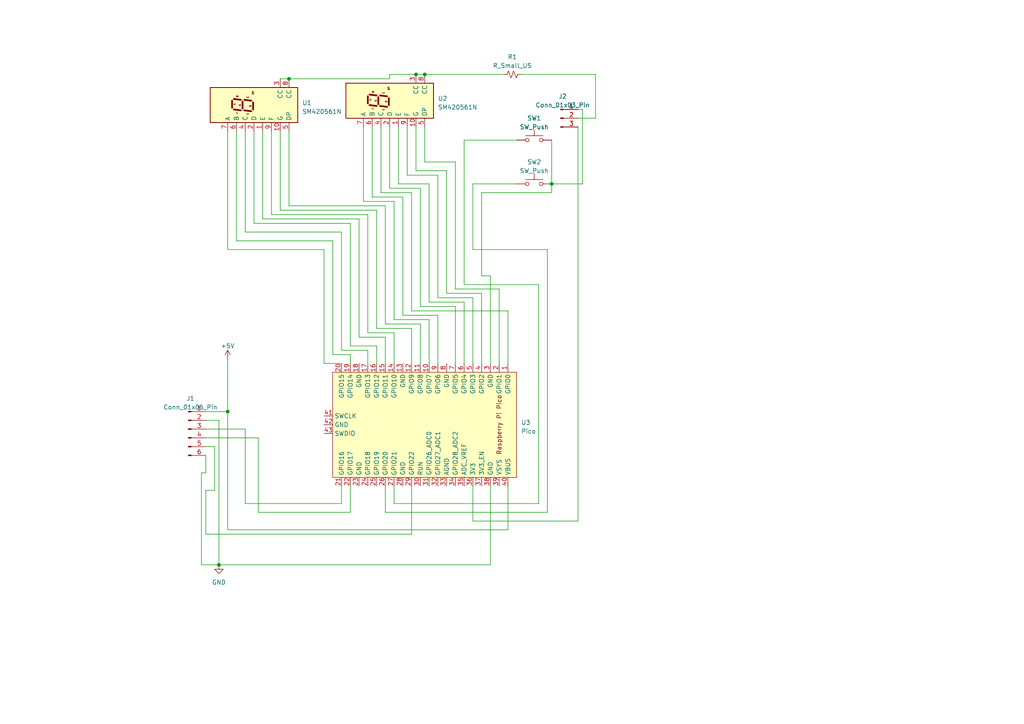
<source format=kicad_sch>
(kicad_sch (version 20231120) (generator "eeschema") (generator_version "8.0")
  (paper "A4")
  (lib_symbols
    (symbol "Connector:Conn_01x03_Pin" (pin_names (offset 1.016) hide)
      (property "Reference" "J" (at 0 5.08 0))
      (property "Value" "Conn_01x03_Pin" (at 0 -5.08 0))
      (symbol "Conn_01x03_Pin_1_1"
        (polyline (pts (xy 1.27 -2.54) (xy 0.8636 -2.54)) (stroke (width 0.1524)))
        (polyline (pts (xy 1.27 0) (xy 0.8636 0)) (stroke (width 0.1524)))
        (polyline (pts (xy 1.27 2.54) (xy 0.8636 2.54)) (stroke (width 0.1524)))
        (rectangle (start 0.8636 -2.413) (end 0 -2.667) (stroke (width 0.1524)) (fill (type outline)))
        (rectangle (start 0.8636 0.127) (end 0 -0.127) (stroke (width 0.1524)) (fill (type outline)))
        (rectangle (start 0.8636 2.667) (end 0 2.413) (stroke (width 0.1524)) (fill (type outline)))
        (pin passive line (at 5.08 2.54 180) (length 3.81) (name "Pin_1") (number "1"))
        (pin passive line (at 5.08 0 180) (length 3.81) (name "Pin_2") (number "2"))
        (pin passive line (at 5.08 -2.54 180) (length 3.81) (name "Pin_3") (number "3"))
      )
    )
    (symbol "Connector:Conn_01x06_Pin" (pin_names (offset 1.016) hide)
      (property "Reference" "J" (at 0 7.62 0))
      (property "Value" "Conn_01x06_Pin" (at 0 -10.16 0))
      (symbol "Conn_01x06_Pin_1_1"
        (polyline (pts (xy 1.27 -7.62) (xy 0.8636 -7.62)) (stroke (width 0.1524)))
        (polyline (pts (xy 1.27 -5.08) (xy 0.8636 -5.08)) (stroke (width 0.1524)))
        (polyline (pts (xy 1.27 -2.54) (xy 0.8636 -2.54)) (stroke (width 0.1524)))
        (polyline (pts (xy 1.27 0) (xy 0.8636 0)) (stroke (width 0.1524)))
        (polyline (pts (xy 1.27 2.54) (xy 0.8636 2.54)) (stroke (width 0.1524)))
        (polyline (pts (xy 1.27 5.08) (xy 0.8636 5.08)) (stroke (width 0.1524)))
        (rectangle (start 0.8636 -7.493) (end 0 -7.747) (stroke (width 0.1524)) (fill (type outline)))
        (rectangle (start 0.8636 -4.953) (end 0 -5.207) (stroke (width 0.1524)) (fill (type outline)))
        (rectangle (start 0.8636 -2.413) (end 0 -2.667) (stroke (width 0.1524)) (fill (type outline)))
        (rectangle (start 0.8636 0.127) (end 0 -0.127) (stroke (width 0.1524)) (fill (type outline)))
        (rectangle (start 0.8636 2.667) (end 0 2.413) (stroke (width 0.1524)) (fill (type outline)))
        (rectangle (start 0.8636 5.207) (end 0 4.953) (stroke (width 0.1524)) (fill (type outline)))
        (pin passive line (at 5.08 5.08 180) (length 3.81) (name "Pin_1") (number "1"))
        (pin passive line (at 5.08 2.54 180) (length 3.81) (name "Pin_2") (number "2"))
        (pin passive line (at 5.08 0 180) (length 3.81) (name "Pin_3") (number "3"))
        (pin passive line (at 5.08 -2.54 180) (length 3.81) (name "Pin_4") (number "4"))
        (pin passive line (at 5.08 -5.08 180) (length 3.81) (name "Pin_5") (number "5"))
        (pin passive line (at 5.08 -7.62 180) (length 3.81) (name "Pin_6") (number "6"))
      )
    )
    (symbol "Device:R_Small_US" (pin_numbers hide) (pin_names (offset 0.254) hide)
      (property "Reference" "R" (at 0.762 0.508 0))
      (property "Value" "R_Small_US" (at 0.762 -1.016 0))
      (symbol "R_Small_US_1_1"
        (polyline (pts (xy 0 0) (xy 1.016 -0.381) (xy 0 -0.762) (xy -1.016 -1.143) (xy 0 -1.524)))
        (polyline (pts (xy 0 1.524) (xy 1.016 1.143) (xy 0 0.762) (xy -1.016 0.381) (xy 0 0)))
        (pin passive line (at 0 2.54 270) (length 1.016) (name "~") (number "1"))
        (pin passive line (at 0 -2.54 90) (length 1.016) (name "~") (number "2"))
      )
    )
    (symbol "Display_Character:SM420561N"
      (property "Reference" "U" (at -2.54 13.97 0))
      (property "Value" "SM420561N" (at 1.27 13.97 0))
      (symbol "SM420561N_0_0"
        (text "A" (at 0.254 5.588 0) (effects (font (size 0.508 0.508))))
        (text "B" (at 2.54 4.826 0) (effects (font (size 0.508 0.508))))
        (text "C" (at 2.286 1.778 0) (effects (font (size 0.508 0.508))))
        (text "D" (at -0.254 1.016 0) (effects (font (size 0.508 0.508))))
        (text "DP" (at 3.556 0.254 0) (effects (font (size 0.508 0.508))))
        (text "E" (at -2.54 1.778 0) (effects (font (size 0.508 0.508))))
        (text "F" (at -2.286 4.826 0) (effects (font (size 0.508 0.508))))
        (text "G" (at 0 4.064 0) (effects (font (size 0.508 0.508))))
      )
      (symbol "SM420561N_0_1"
        (rectangle (start -5.08 12.7) (end 5.08 -12.7) (stroke (width 0.254)) (fill (type background)))
        (polyline (pts (xy -1.524 2.794) (xy -1.778 0.762)) (stroke (width 0.508)))
        (polyline (pts (xy -1.27 0.254) (xy 0.762 0.254)) (stroke (width 0.508)))
        (polyline (pts (xy -1.27 5.842) (xy -1.524 3.81)) (stroke (width 0.508)))
        (polyline (pts (xy -1.016 3.302) (xy 1.016 3.302)) (stroke (width 0.508)))
        (polyline (pts (xy -0.762 6.35) (xy 1.27 6.35)) (stroke (width 0.508)))
        (polyline (pts (xy 1.524 2.794) (xy 1.27 0.762)) (stroke (width 0.508)))
        (polyline (pts (xy 1.778 5.842) (xy 1.524 3.81)) (stroke (width 0.508)))
        (polyline (pts (xy 2.54 0.254) (xy 2.54 0.254)) (stroke (width 0.508)))
      )
      (symbol "SM420561N_1_1"
        (pin input line (at -7.62 -2.54 0) (length 2.54) (name "E") (number "1"))
        (pin input line (at -7.62 -7.62 0) (length 2.54) (name "G") (number "10"))
        (pin input line (at -7.62 0 0) (length 2.54) (name "D") (number "2"))
        (pin input line (at 7.62 -7.62 180) (length 2.54) (name "CC") (number "3"))
        (pin input line (at -7.62 2.54 0) (length 2.54) (name "C") (number "4"))
        (pin input line (at -7.62 -10.16 0) (length 2.54) (name "DP") (number "5"))
        (pin input line (at -7.62 5.08 0) (length 2.54) (name "B") (number "6"))
        (pin input line (at -7.62 7.62 0) (length 2.54) (name "A") (number "7"))
        (pin input line (at 7.62 -10.16 180) (length 2.54) (name "CC") (number "8"))
        (pin input line (at -7.62 -5.08 0) (length 2.54) (name "F") (number "9"))
      )
    )
    (symbol "MCU_RaspberryPi_and_Boards:Pico"
      (property "Reference" "U" (at -13.97 27.94 0))
      (property "Value" "Pico" (at 0 19.05 0))
      (symbol "Pico_0_0"
        (text "Raspberry Pi Pico" (at 0 21.59 0) (effects (font (size 1.27 1.27))))
      )
      (symbol "Pico_0_1"
        (rectangle (start -15.24 26.67) (end 15.24 -26.67) (fill (type background)))
      )
      (symbol "Pico_1_1"
        (pin bidirectional line (at -17.78 24.13 0) (length 2.54) (name "GPIO0") (number "1"))
        (pin bidirectional line (at -17.78 1.27 0) (length 2.54) (name "GPIO7") (number "10"))
        (pin bidirectional line (at -17.78 -1.27 0) (length 2.54) (name "GPIO8") (number "11"))
        (pin bidirectional line (at -17.78 -3.81 0) (length 2.54) (name "GPIO9") (number "12"))
        (pin power_in line (at -17.78 -6.35 0) (length 2.54) (name "GND") (number "13"))
        (pin bidirectional line (at -17.78 -8.89 0) (length 2.54) (name "GPIO10") (number "14"))
        (pin bidirectional line (at -17.78 -11.43 0) (length 2.54) (name "GPIO11") (number "15"))
        (pin bidirectional line (at -17.78 -13.97 0) (length 2.54) (name "GPIO12") (number "16"))
        (pin bidirectional line (at -17.78 -16.51 0) (length 2.54) (name "GPIO13") (number "17"))
        (pin power_in line (at -17.78 -19.05 0) (length 2.54) (name "GND") (number "18"))
        (pin bidirectional line (at -17.78 -21.59 0) (length 2.54) (name "GPIO14") (number "19"))
        (pin bidirectional line (at -17.78 21.59 0) (length 2.54) (name "GPIO1") (number "2"))
        (pin bidirectional line (at -17.78 -24.13 0) (length 2.54) (name "GPIO15") (number "20"))
        (pin bidirectional line (at 17.78 -24.13 180) (length 2.54) (name "GPIO16") (number "21"))
        (pin bidirectional line (at 17.78 -21.59 180) (length 2.54) (name "GPIO17") (number "22"))
        (pin power_in line (at 17.78 -19.05 180) (length 2.54) (name "GND") (number "23"))
        (pin bidirectional line (at 17.78 -16.51 180) (length 2.54) (name "GPIO18") (number "24"))
        (pin bidirectional line (at 17.78 -13.97 180) (length 2.54) (name "GPIO19") (number "25"))
        (pin bidirectional line (at 17.78 -11.43 180) (length 2.54) (name "GPIO20") (number "26"))
        (pin bidirectional line (at 17.78 -8.89 180) (length 2.54) (name "GPIO21") (number "27"))
        (pin power_in line (at 17.78 -6.35 180) (length 2.54) (name "GND") (number "28"))
        (pin bidirectional line (at 17.78 -3.81 180) (length 2.54) (name "GPIO22") (number "29"))
        (pin power_in line (at -17.78 19.05 0) (length 2.54) (name "GND") (number "3"))
        (pin input line (at 17.78 -1.27 180) (length 2.54) (name "RUN") (number "30"))
        (pin bidirectional line (at 17.78 1.27 180) (length 2.54) (name "GPIO26_ADC0") (number "31"))
        (pin bidirectional line (at 17.78 3.81 180) (length 2.54) (name "GPIO27_ADC1") (number "32"))
        (pin power_in line (at 17.78 6.35 180) (length 2.54) (name "AGND") (number "33"))
        (pin bidirectional line (at 17.78 8.89 180) (length 2.54) (name "GPIO28_ADC2") (number "34"))
        (pin power_in line (at 17.78 11.43 180) (length 2.54) (name "ADC_VREF") (number "35"))
        (pin power_in line (at 17.78 13.97 180) (length 2.54) (name "3V3") (number "36"))
        (pin input line (at 17.78 16.51 180) (length 2.54) (name "3V3_EN") (number "37"))
        (pin bidirectional line (at 17.78 19.05 180) (length 2.54) (name "GND") (number "38"))
        (pin power_in line (at 17.78 21.59 180) (length 2.54) (name "VSYS") (number "39"))
        (pin bidirectional line (at -17.78 16.51 0) (length 2.54) (name "GPIO2") (number "4"))
        (pin power_in line (at 17.78 24.13 180) (length 2.54) (name "VBUS") (number "40"))
        (pin input line (at -2.54 -29.21 90) (length 2.54) (name "SWCLK") (number "41"))
        (pin power_in line (at 0 -29.21 90) (length 2.54) (name "GND") (number "42"))
        (pin bidirectional line (at 2.54 -29.21 90) (length 2.54) (name "SWDIO") (number "43"))
        (pin bidirectional line (at -17.78 13.97 0) (length 2.54) (name "GPIO3") (number "5"))
        (pin bidirectional line (at -17.78 11.43 0) (length 2.54) (name "GPIO4") (number "6"))
        (pin bidirectional line (at -17.78 8.89 0) (length 2.54) (name "GPIO5") (number "7"))
        (pin power_in line (at -17.78 6.35 0) (length 2.54) (name "GND") (number "8"))
        (pin bidirectional line (at -17.78 3.81 0) (length 2.54) (name "GPIO6") (number "9"))
      )
    )
    (symbol "Switch:SW_Push" (pin_numbers hide) (pin_names (offset 1.016) hide)
      (property "Reference" "SW" (at 1.27 2.54 0))
      (property "Value" "SW_Push" (at 0 -1.524 0))
      (symbol "SW_Push_0_1"
        (circle (center -2.032 0) (radius 0.508))
        (polyline (pts (xy 0 1.27) (xy 0 3.048)))
        (polyline (pts (xy 2.54 1.27) (xy -2.54 1.27)))
        (circle (center 2.032 0) (radius 0.508))
        (pin passive line (at -5.08 0 0) (length 2.54) (name "1") (number "1"))
        (pin passive line (at 5.08 0 180) (length 2.54) (name "2") (number "2"))
      )
    )
    (symbol "power:+5V" (power) (pin_names (offset 0))
      (property "Value" "+5V" (at 0 3.556 0))
      (symbol "+5V_0_1"
        (polyline (pts (xy -0.762 1.27) (xy 0 2.54)))
        (polyline (pts (xy 0 0) (xy 0 2.54)))
        (polyline (pts (xy 0 2.54) (xy 0.762 1.27)))
      )
      (symbol "+5V_1_1"
        (pin power_in line (at 0 0 90) (length 0) hide (name "+5V") (number "1"))
      )
    )
    (symbol "power:GND" (power) (pin_names (offset 0))
      (property "Value" "GND" (at 0 -3.81 0))
      (symbol "GND_0_1"
        (polyline (pts (xy 0 0) (xy 0 -1.27) (xy 1.27 -1.27) (xy 0 -2.54) (xy -1.27 -1.27) (xy 0 -1.27)))
      )
      (symbol "GND_1_1"
        (pin power_in line (at 0 0 270) (length 0) hide (name "GND") (number "1"))
      )
    )
  )
  (junction (at 66.04 119.38))
  (junction (at 123.19 21.59))
  (junction (at 83.82 22.86))
  (junction (at 160.02 53.34))
  (junction (at 63.5 163.83))
  (junction (at 120.65 21.59))
  (wire (pts (xy 71.12 146.05) (xy 99.06 146.05)))
  (wire (pts (xy 142.24 163.83) (xy 142.24 140.97)))
  (wire (pts (xy 106.68 96.52) (xy 114.3 96.52)))
  (wire (pts (xy 96.52 69.85) (xy 96.52 102.87)))
  (wire (pts (xy 66.04 119.38) (xy 66.04 153.67)))
  (wire (pts (xy 124.46 92.71) (xy 124.46 105.41)))
  (wire (pts (xy 111.76 59.69) (xy 111.76 93.98)))
  (wire (pts (xy 127 86.36) (xy 137.16 86.36)))
  (wire (pts (xy 119.38 154.94) (xy 119.38 140.97)))
  (wire (pts (xy 93.98 105.41) (xy 99.06 105.41)))
  (wire (pts (xy 110.49 36.83) (xy 110.49 55.88)))
  (wire (pts (xy 168.91 31.75) (xy 168.91 53.34)))
  (wire (pts (xy 101.6 100.33) (xy 109.22 100.33)))
  (wire (pts (xy 115.57 53.34) (xy 124.46 53.34)))
  (wire (pts (xy 139.7 80.01) (xy 142.24 80.01)))
  (wire (pts (xy 120.65 49.53) (xy 129.54 49.53)))
  (wire (pts (xy 116.84 91.44) (xy 127 91.44)))
  (wire (pts (xy 106.68 62.23) (xy 106.68 96.52)))
  (wire (pts (xy 120.65 36.83) (xy 120.65 49.53)))
  (wire (pts (xy 109.22 60.96) (xy 109.22 95.25)))
  (wire (pts (xy 134.62 87.63) (xy 134.62 105.41)))
  (wire (pts (xy 66.04 153.67) (xy 147.32 153.67)))
  (wire (pts (xy 137.16 72.39) (xy 158.75 72.39)))
  (wire (pts (xy 124.46 87.63) (xy 134.62 87.63)))
  (wire (pts (xy 160.02 55.88) (xy 160.02 53.34)))
  (wire (pts (xy 116.84 57.15) (xy 116.84 91.44)))
  (wire (pts (xy 121.92 88.9) (xy 132.08 88.9)))
  (wire (pts (xy 110.49 55.88) (xy 119.38 55.88)))
  (wire (pts (xy 127 50.8) (xy 127 86.36)))
  (wire (pts (xy 99.06 146.05) (xy 99.06 140.97)))
  (wire (pts (xy 158.75 72.39) (xy 158.75 148.59)))
  (wire (pts (xy 114.3 146.05) (xy 156.21 146.05)))
  (wire (pts (xy 59.69 132.08) (xy 59.69 137.16)))
  (wire (pts (xy 167.64 151.13) (xy 137.16 151.13)))
  (wire (pts (xy 129.54 85.09) (xy 139.7 85.09)))
  (wire (pts (xy 105.41 58.42) (xy 114.3 58.42)))
  (wire (pts (xy 58.42 137.16) (xy 58.42 163.83)))
  (wire (pts (xy 68.58 38.1) (xy 68.58 69.85)))
  (wire (pts (xy 123.19 46.99) (xy 132.08 46.99)))
  (wire (pts (xy 101.6 64.77) (xy 101.6 100.33)))
  (wire (pts (xy 121.92 93.98) (xy 121.92 105.41)))
  (wire (pts (xy 83.82 59.69) (xy 111.76 59.69)))
  (wire (pts (xy 111.76 148.59) (xy 111.76 140.97)))
  (wire (pts (xy 127 91.44) (xy 127 105.41)))
  (wire (pts (xy 118.11 50.8) (xy 127 50.8)))
  (wire (pts (xy 63.5 121.92) (xy 63.5 163.83)))
  (wire (pts (xy 129.54 49.53) (xy 129.54 85.09)))
  (wire (pts (xy 76.2 63.5) (xy 104.14 63.5)))
  (wire (pts (xy 123.19 36.83) (xy 123.19 46.99)))
  (wire (pts (xy 81.28 38.1) (xy 81.28 60.96)))
  (wire (pts (xy 151.13 21.59) (xy 172.72 21.59)))
  (wire (pts (xy 99.06 67.31) (xy 99.06 101.6)))
  (wire (pts (xy 113.03 21.59) (xy 120.65 21.59)))
  (wire (pts (xy 132.08 88.9) (xy 132.08 105.41)))
  (wire (pts (xy 101.6 148.59) (xy 101.6 140.97)))
  (wire (pts (xy 76.2 38.1) (xy 76.2 63.5)))
  (wire (pts (xy 71.12 67.31) (xy 99.06 67.31)))
  (wire (pts (xy 134.62 40.64) (xy 134.62 82.55)))
  (wire (pts (xy 109.22 95.25) (xy 119.38 95.25)))
  (wire (pts (xy 104.14 63.5) (xy 104.14 97.79)))
  (wire (pts (xy 63.5 163.83) (xy 142.24 163.83)))
  (wire (pts (xy 134.62 82.55) (xy 156.21 82.55)))
  (wire (pts (xy 83.82 22.86) (xy 113.03 22.86)))
  (wire (pts (xy 66.04 119.38) (xy 59.69 119.38)))
  (wire (pts (xy 74.93 148.59) (xy 101.6 148.59)))
  (wire (pts (xy 147.32 90.17) (xy 147.32 105.41)))
  (wire (pts (xy 59.69 127) (xy 74.93 127)))
  (wire (pts (xy 167.64 36.83) (xy 167.64 151.13)))
  (wire (pts (xy 59.69 121.92) (xy 63.5 121.92)))
  (wire (pts (xy 132.08 83.82) (xy 144.78 83.82)))
  (wire (pts (xy 107.95 57.15) (xy 116.84 57.15)))
  (wire (pts (xy 137.16 86.36) (xy 137.16 105.41)))
  (wire (pts (xy 119.38 90.17) (xy 147.32 90.17)))
  (wire (pts (xy 119.38 95.25) (xy 119.38 105.41)))
  (wire (pts (xy 58.42 163.83) (xy 63.5 163.83)))
  (wire (pts (xy 137.16 151.13) (xy 137.16 140.97)))
  (wire (pts (xy 160.02 40.64) (xy 160.02 53.34)))
  (wire (pts (xy 104.14 97.79) (xy 111.76 97.79)))
  (wire (pts (xy 106.68 101.6) (xy 106.68 105.41)))
  (wire (pts (xy 81.28 22.86) (xy 83.82 22.86)))
  (wire (pts (xy 66.04 72.39) (xy 93.98 72.39)))
  (wire (pts (xy 71.12 38.1) (xy 71.12 67.31)))
  (wire (pts (xy 113.03 36.83) (xy 113.03 54.61)))
  (wire (pts (xy 172.72 34.29) (xy 172.72 21.59)))
  (wire (pts (xy 139.7 55.88) (xy 139.7 80.01)))
  (wire (pts (xy 99.06 101.6) (xy 106.68 101.6)))
  (wire (pts (xy 66.04 38.1) (xy 66.04 72.39)))
  (wire (pts (xy 71.12 124.46) (xy 71.12 146.05)))
  (wire (pts (xy 114.3 146.05) (xy 114.3 140.97)))
  (wire (pts (xy 59.69 124.46) (xy 71.12 124.46)))
  (wire (pts (xy 73.66 64.77) (xy 101.6 64.77)))
  (wire (pts (xy 59.69 142.24) (xy 62.23 142.24)))
  (wire (pts (xy 121.92 54.61) (xy 121.92 88.9)))
  (wire (pts (xy 139.7 55.88) (xy 160.02 55.88)))
  (wire (pts (xy 113.03 54.61) (xy 121.92 54.61)))
  (wire (pts (xy 119.38 55.88) (xy 119.38 90.17)))
  (wire (pts (xy 78.74 38.1) (xy 78.74 62.23)))
  (wire (pts (xy 167.64 31.75) (xy 168.91 31.75)))
  (wire (pts (xy 137.16 72.39) (xy 137.16 53.34)))
  (wire (pts (xy 59.69 154.94) (xy 119.38 154.94)))
  (wire (pts (xy 59.69 129.54) (xy 62.23 129.54)))
  (wire (pts (xy 105.41 36.83) (xy 105.41 58.42)))
  (wire (pts (xy 111.76 97.79) (xy 111.76 105.41)))
  (wire (pts (xy 59.69 154.94) (xy 59.69 142.24)))
  (wire (pts (xy 93.98 72.39) (xy 93.98 105.41)))
  (wire (pts (xy 114.3 96.52) (xy 114.3 105.41)))
  (wire (pts (xy 139.7 85.09) (xy 139.7 105.41)))
  (wire (pts (xy 111.76 148.59) (xy 158.75 148.59)))
  (wire (pts (xy 109.22 100.33) (xy 109.22 105.41)))
  (wire (pts (xy 118.11 36.83) (xy 118.11 50.8)))
  (wire (pts (xy 113.03 22.86) (xy 113.03 21.59)))
  (wire (pts (xy 114.3 92.71) (xy 124.46 92.71)))
  (wire (pts (xy 68.58 69.85) (xy 96.52 69.85)))
  (wire (pts (xy 115.57 36.83) (xy 115.57 53.34)))
  (wire (pts (xy 73.66 38.1) (xy 73.66 64.77)))
  (wire (pts (xy 62.23 142.24) (xy 62.23 129.54)))
  (wire (pts (xy 144.78 83.82) (xy 144.78 105.41)))
  (wire (pts (xy 120.65 21.59) (xy 123.19 21.59)))
  (wire (pts (xy 83.82 38.1) (xy 83.82 59.69)))
  (wire (pts (xy 123.19 21.59) (xy 146.05 21.59)))
  (wire (pts (xy 167.64 34.29) (xy 172.72 34.29)))
  (wire (pts (xy 66.04 104.14) (xy 66.04 119.38)))
  (wire (pts (xy 59.69 137.16) (xy 58.42 137.16)))
  (wire (pts (xy 147.32 153.67) (xy 147.32 140.97)))
  (wire (pts (xy 168.91 53.34) (xy 160.02 53.34)))
  (wire (pts (xy 74.93 127) (xy 74.93 148.59)))
  (wire (pts (xy 101.6 102.87) (xy 101.6 105.41)))
  (wire (pts (xy 156.21 82.55) (xy 156.21 146.05)))
  (wire (pts (xy 96.52 102.87) (xy 101.6 102.87)))
  (wire (pts (xy 137.16 53.34) (xy 149.86 53.34)))
  (wire (pts (xy 132.08 46.99) (xy 132.08 83.82)))
  (wire (pts (xy 142.24 80.01) (xy 142.24 105.41)))
  (wire (pts (xy 107.95 36.83) (xy 107.95 57.15)))
  (wire (pts (xy 81.28 60.96) (xy 109.22 60.96)))
  (wire (pts (xy 124.46 53.34) (xy 124.46 87.63)))
  (wire (pts (xy 114.3 58.42) (xy 114.3 92.71)))
  (wire (pts (xy 111.76 93.98) (xy 121.92 93.98)))
  (wire (pts (xy 78.74 62.23) (xy 106.68 62.23)))
  (wire (pts (xy 134.62 40.64) (xy 149.86 40.64)))
  (symbol (lib_id "power:+5V") (at 66.04 104.14 0) (unit 1)
    (property "Reference" "#PWR01" (effects (hide yes)))
    (property "Value" "+5V" (at 66.04 100.33 0))
  )
  (symbol (lib_id "Device:R_Small_US") (at 148.59 21.59 90) (unit 1)
    (property "Reference" "R1" (at 148.59 16.51 90))
    (property "Value" "R_Small_US" (at 148.59 19.05 90))
    (property "Footprint" "Resistor_THT:R_Axial_DIN0207_L6.3mm_D2.5mm_P7.62mm_Horizontal" (effects (hide yes)))
  )
  (symbol (lib_id "Connector:Conn_01x06_Pin") (at 54.61 124.46 0) (unit 1)
    (property "Reference" "J1" (at 55.245 115.57 0))
    (property "Value" "Conn_01x06_Pin" (at 55.245 118.11 0))
    (property "Footprint" "Connector_PinHeader_2.54mm:PinHeader_1x06_P2.54mm_Vertical" (effects (hide yes)))
  )
  (symbol (lib_id "MCU_RaspberryPi_and_Boards:Pico") (at 123.19 123.19 270) (unit 1)
    (property "Reference" "U3" (at 151.13 122.555 90) (effects (justify left)))
    (property "Value" "Pico" (at 151.13 125.095 90) (effects (justify left)))
    (property "Footprint" "RP-Pico Libraries:RPi_Pico_SMD_TH" (effects (hide yes)))
  )
  (symbol (lib_id "Switch:SW_Push") (at 154.94 40.64 0) (unit 1)
    (property "Reference" "SW1" (at 154.94 34.29 0))
    (property "Value" "SW_Push" (at 154.94 36.83 0))
    (property "Footprint" "Button_Switch_THT:SW_PUSH-12mm" (effects (hide yes)))
  )
  (symbol (lib_id "Switch:SW_Push") (at 154.94 53.34 0) (unit 1)
    (property "Reference" "SW2" (at 154.94 46.99 0))
    (property "Value" "SW_Push" (at 154.94 49.53 0))
    (property "Footprint" "Button_Switch_THT:SW_PUSH-12mm" (effects (hide yes)))
  )
  (symbol (lib_id "Connector:Conn_01x03_Pin") (at 162.56 34.29 0) (unit 1)
    (property "Reference" "J2" (at 163.195 27.94 0))
    (property "Value" "Conn_01x03_Pin" (at 163.195 30.48 0))
    (property "Footprint" "Connector_PinHeader_2.54mm:PinHeader_1x03_P2.54mm_Vertical" (effects (hide yes)))
  )
  (symbol (lib_id "Display_Character:SM420561N") (at 113.03 29.21 90) (unit 1)
    (property "Reference" "U2" (at 127 28.575 90) (effects (justify right)))
    (property "Value" "SM420561N" (at 127 31.115 90) (effects (justify right)))
    (property "Footprint" "Display_7Segment:7SegmentLED_LTS6760_LTS6780" (effects (hide yes)))
    (property "Datasheet" "https://datasheet.lcsc.com/szlcsc/Wuxi-ARK-Tech-Elec-SM420561N_C141367.pdf" (effects (hide yes)))
  )
  (symbol (lib_id "power:GND") (at 63.5 163.83 0) (unit 1)
    (property "Reference" "#PWR02" (effects (hide yes)))
    (property "Value" "GND" (at 63.5 168.91 0))
  )
  (symbol (lib_id "Display_Character:SM420561N") (at 73.66 30.48 90) (unit 1)
    (property "Reference" "U1" (at 87.63 29.845 90) (effects (justify right)))
    (property "Value" "SM420561N" (at 87.63 32.385 90) (effects (justify right)))
    (property "Footprint" "Display_7Segment:7SegmentLED_LTS6760_LTS6780" (effects (hide yes)))
    (property "Datasheet" "https://datasheet.lcsc.com/szlcsc/Wuxi-ARK-Tech-Elec-SM420561N_C141367.pdf" (effects (hide yes)))
  )
)
</source>
